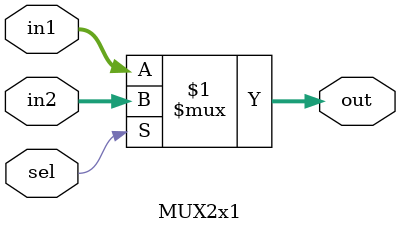
<source format=v>
module MUX2x1 #(parameter length=32 )(
input wire [length-1:0]     in1,in2,
input wire                  sel,
output wire [length-1:0]    out 
);

assign out=(sel)? in2:in1;

endmodule 
</source>
